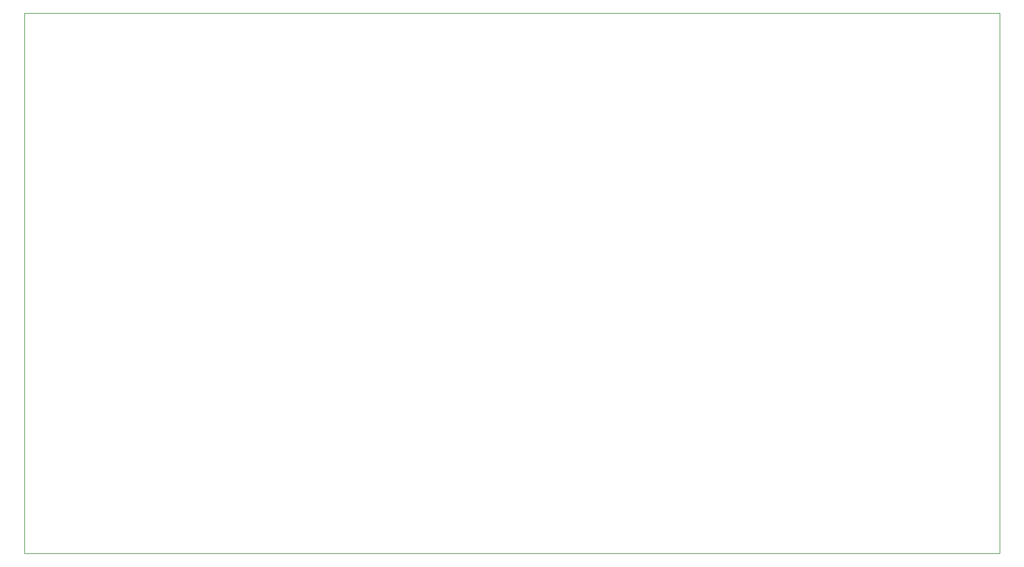
<source format=gbr>
%TF.GenerationSoftware,KiCad,Pcbnew,8.0.2*%
%TF.CreationDate,2024-05-10T09:20:42-04:00*%
%TF.ProjectId,Anastasiya Volgina - PCB Design,416e6173-7461-4736-9979-6120566f6c67,rev?*%
%TF.SameCoordinates,Original*%
%TF.FileFunction,Profile,NP*%
%FSLAX46Y46*%
G04 Gerber Fmt 4.6, Leading zero omitted, Abs format (unit mm)*
G04 Created by KiCad (PCBNEW 8.0.2) date 2024-05-10 09:20:42*
%MOMM*%
%LPD*%
G01*
G04 APERTURE LIST*
%TA.AperFunction,Profile*%
%ADD10C,0.050000*%
%TD*%
G04 APERTURE END LIST*
D10*
X125000000Y-88500000D02*
X264000000Y-88500000D01*
X264000000Y-165500000D01*
X125000000Y-165500000D01*
X125000000Y-88500000D01*
M02*

</source>
